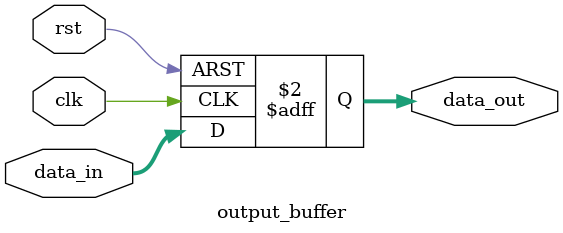
<source format=sv>
module mux_async_rst #(
    parameter WIDTH = 8
)(
    input  wire             clk,       // 时钟信号
    input  wire             rst,       // 异步复位信号
    input  wire             sel,       // 选择信号
    input  wire [WIDTH-1:0] data_a,    // 输入数据通道A
    input  wire [WIDTH-1:0] data_b,    // 输入数据通道B
    output wire [WIDTH-1:0] data_out   // 输出数据
);
    // 内部连线，用于模块间通信
    wire [WIDTH-1:0] data_a_buf, data_b_buf;
    wire             sel_buf;
    wire [WIDTH-1:0] selected_data;

    // 实例化输入缓冲模块
    input_buffer #(
        .WIDTH(WIDTH)
    ) u_input_buffer (
        .clk      (clk),
        .rst      (rst),
        .data_a_in(data_a),
        .data_b_in(data_b),
        .sel_in   (sel),
        .data_a_out(data_a_buf),
        .data_b_out(data_b_buf),
        .sel_out   (sel_buf)
    );

    // 实例化选择器模块
    data_selector #(
        .WIDTH(WIDTH)
    ) u_data_selector (
        .clk        (clk),
        .rst        (rst),
        .sel        (sel_buf),
        .data_a     (data_a_buf),
        .data_b     (data_b_buf),
        .selected_data(selected_data)
    );

    // 实例化输出缓冲模块
    output_buffer #(
        .WIDTH(WIDTH)
    ) u_output_buffer (
        .clk      (clk),
        .rst      (rst),
        .data_in  (selected_data),
        .data_out (data_out)
    );

endmodule

// 输入缓冲子模块 - 第一级流水线
module input_buffer #(
    parameter WIDTH = 8
)(
    input  wire             clk,
    input  wire             rst,
    input  wire [WIDTH-1:0] data_a_in,
    input  wire [WIDTH-1:0] data_b_in,
    input  wire             sel_in,
    output reg  [WIDTH-1:0] data_a_out,
    output reg  [WIDTH-1:0] data_b_out,
    output reg              sel_out
);
    always @(posedge clk or posedge rst) begin
        if (rst) begin
            data_a_out <= {WIDTH{1'b0}};
            data_b_out <= {WIDTH{1'b0}};
            sel_out    <= 1'b0;
        end else begin
            data_a_out <= data_a_in;
            data_b_out <= data_b_in;
            sel_out    <= sel_in;
        end
    end
endmodule

// 数据选择器子模块 - 第二级流水线
module data_selector #(
    parameter WIDTH = 8
)(
    input  wire             clk,
    input  wire             rst,
    input  wire             sel,
    input  wire [WIDTH-1:0] data_a,
    input  wire [WIDTH-1:0] data_b,
    output reg  [WIDTH-1:0] selected_data
);
    always @(posedge clk or posedge rst) begin
        if (rst) begin
            selected_data <= {WIDTH{1'b0}};
        end else begin
            selected_data <= sel ? data_a : data_b;
        end
    end
endmodule

// 输出缓冲子模块 - 第三级流水线
module output_buffer #(
    parameter WIDTH = 8
)(
    input  wire             clk,
    input  wire             rst,
    input  wire [WIDTH-1:0] data_in,
    output reg  [WIDTH-1:0] data_out
);
    always @(posedge clk or posedge rst) begin
        if (rst) begin
            data_out <= {WIDTH{1'b0}};
        end else begin
            data_out <= data_in;
        end
    end
endmodule
</source>
